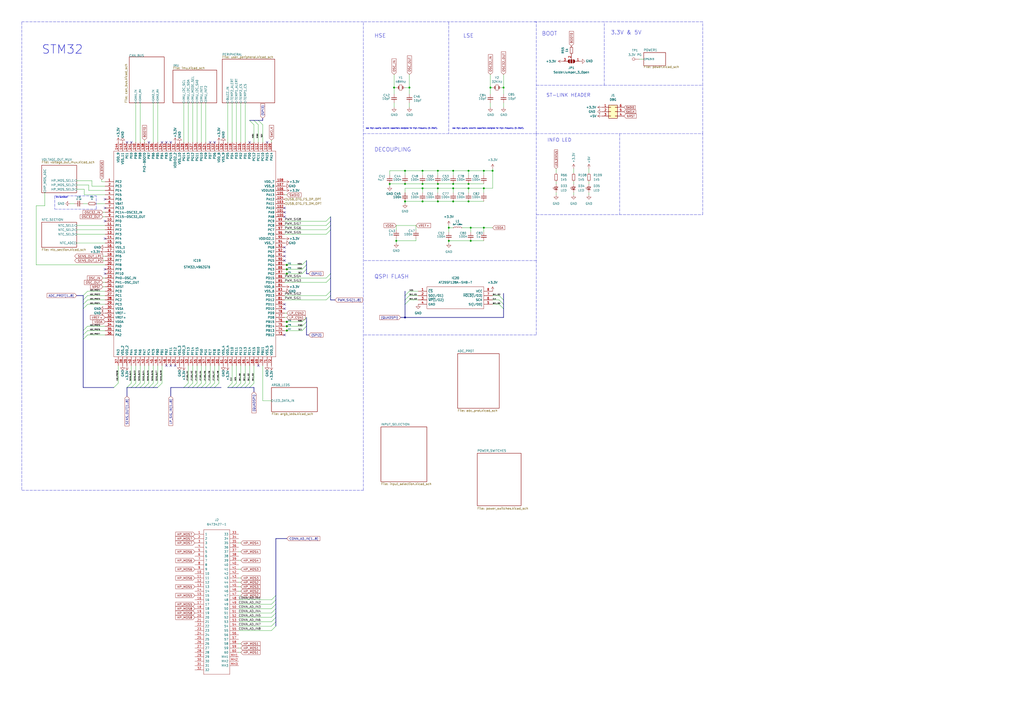
<source format=kicad_sch>
(kicad_sch (version 20211123) (generator eeschema)
  (paper "A2")
  (bus_alias "QUADSPI" (members "CLK" "NCS" "BK1_IO0" "BK1_IO1" "BK1_IO2" "BK1_IO3"))
  (bus_alias "SPI1" (members "SCK" "MOSI" "MISO"))
  (bus_alias "SPI3" (members "SCK" "MOSI" "MISO"))
  (bus_alias "SPI2" (members "SCK" "MISO" "MOSI"))
  (junction (at 262.89 106.68))
  (junction (at 280.67 109.22))
  (junction (at 229.87 139.7))
  (junction (at 260.35 132.08))
  (junction (at 260.35 139.7))
  (junction (at 254 106.68))
  (junction (at 254 116.84))
  (junction (at 254 109.22))
  (junction (at 234.95 106.68))
  (junction (at 273.05 139.7))
  (junction (at 273.05 132.08))
  (junction (at 237.49 50.8))
  (junction (at 234.95 184.15))
  (junction (at 271.78 106.68))
  (junction (at 271.78 116.84))
  (junction (at 166.37 158.75))
  (junction (at 245.11 109.22))
  (junction (at 166.37 186.69))
  (junction (at 245.11 106.68))
  (junction (at 234.95 99.06))
  (junction (at 262.89 116.84))
  (junction (at 284.48 50.8))
  (junction (at 245.11 99.06))
  (junction (at 271.78 109.22))
  (junction (at 285.75 99.06))
  (junction (at 254 99.06))
  (junction (at 166.37 191.77))
  (junction (at 226.06 106.68))
  (junction (at 228.6 50.8))
  (junction (at 245.11 116.84))
  (junction (at 262.89 99.06))
  (junction (at 280.67 132.08))
  (junction (at 166.37 156.21))
  (junction (at 166.37 189.23))
  (junction (at 166.37 153.67))
  (junction (at 271.78 99.06))
  (junction (at 234.95 116.84))
  (junction (at 262.89 109.22))
  (junction (at 280.67 99.06))
  (junction (at 292.1 50.8))
  (no_connect (at 124.46 82.55))
  (no_connect (at 99.06 212.09))
  (no_connect (at 60.96 115.57))
  (no_connect (at 165.1 143.51))
  (no_connect (at 165.1 146.05))
  (no_connect (at 165.1 179.07))
  (no_connect (at 165.1 176.53))
  (no_connect (at 165.1 148.59))
  (no_connect (at 165.1 120.65))
  (no_connect (at 101.6 212.09))
  (no_connect (at 60.96 138.43))
  (no_connect (at 165.1 123.19))
  (no_connect (at 144.78 82.55))
  (no_connect (at 121.92 82.55))
  (no_connect (at 96.52 82.55))
  (no_connect (at 60.96 120.65))
  (no_connect (at 96.52 212.09))
  (no_connect (at 165.1 194.31))
  (no_connect (at 76.2 82.55))
  (no_connect (at 86.36 82.55))
  (no_connect (at 165.1 125.73))
  (no_connect (at 165.1 151.13))
  (no_connect (at 93.98 82.55))
  (no_connect (at 73.66 82.55))
  (no_connect (at 60.96 158.75))
  (no_connect (at 154.94 82.55))
  (no_connect (at 149.86 212.09))
  (no_connect (at 60.96 156.21))
  (no_connect (at 99.06 82.55))
  (no_connect (at 60.96 128.27))
  (bus_entry (at 137.16 222.25) (size -2.54 2.54))
  (bus_entry (at 50.8 194.31) (size -2.54 2.54))
  (bus_entry (at 119.38 224.79) (size 2.54 -2.54))
  (bus_entry (at 147.32 222.25) (size -2.54 2.54))
  (bus_entry (at 191.77 128.27) (size -2.54 2.54))
  (bus_entry (at 191.77 161.29) (size -2.54 2.54))
  (bus_entry (at 160.02 353.06) (size -2.54 2.54))
  (bus_entry (at 142.24 222.25) (size -2.54 2.54))
  (bus_entry (at 175.26 153.67) (size 2.54 -2.54))
  (bus_entry (at 191.77 133.35) (size -2.54 2.54))
  (bus_entry (at 292.1 176.53) (size -2.54 -2.54))
  (bus_entry (at 134.62 222.25) (size -2.54 2.54))
  (bus_entry (at 175.26 191.77) (size 2.54 -2.54))
  (bus_entry (at 191.77 158.75) (size -2.54 2.54))
  (bus_entry (at 50.8 189.23) (size -2.54 2.54))
  (bus_entry (at 88.9 222.25) (size -2.54 2.54))
  (bus_entry (at 234.95 176.53) (size 2.54 -2.54))
  (bus_entry (at 175.26 158.75) (size 2.54 -2.54))
  (bus_entry (at 139.7 222.25) (size -2.54 2.54))
  (bus_entry (at 160.02 350.52) (size -2.54 2.54))
  (bus_entry (at 116.84 224.79) (size 2.54 -2.54))
  (bus_entry (at 177.8 186.69) (size -2.54 2.54))
  (bus_entry (at 50.8 173.99) (size -2.54 2.54))
  (bus_entry (at 93.98 222.25) (size -2.54 2.54))
  (bus_entry (at 160.02 345.44) (size -2.54 2.54))
  (bus_entry (at 124.46 224.79) (size 2.54 -2.54))
  (bus_entry (at 109.22 224.79) (size 2.54 -2.54))
  (bus_entry (at 50.8 171.45) (size -2.54 2.54))
  (bus_entry (at 86.36 222.25) (size -2.54 2.54))
  (bus_entry (at 160.02 363.22) (size -2.54 2.54))
  (bus_entry (at 234.95 173.99) (size 2.54 -2.54))
  (bus_entry (at 191.77 130.81) (size -2.54 2.54))
  (bus_entry (at 177.8 184.15) (size -2.54 2.54))
  (bus_entry (at 160.02 360.68) (size -2.54 2.54))
  (bus_entry (at 50.8 176.53) (size -2.54 2.54))
  (bus_entry (at 292.1 179.07) (size -2.54 -2.54))
  (bus_entry (at 121.92 224.79) (size 2.54 -2.54))
  (bus_entry (at 191.77 125.73) (size -2.54 2.54))
  (bus_entry (at 191.77 171.45) (size -2.54 2.54))
  (bus_entry (at 160.02 355.6) (size -2.54 2.54))
  (bus_entry (at 292.1 173.99) (size -2.54 -2.54))
  (bus_entry (at 152.4 72.39) (size -2.54 -2.54))
  (bus_entry (at 81.28 222.25) (size -2.54 2.54))
  (bus_entry (at 160.02 358.14) (size -2.54 2.54))
  (bus_entry (at 68.58 222.25) (size -2.54 2.54))
  (bus_entry (at 149.86 72.39) (size -2.54 -2.54))
  (bus_entry (at 106.68 224.79) (size 2.54 -2.54))
  (bus_entry (at 144.78 222.25) (size -2.54 2.54))
  (bus_entry (at 175.26 156.21) (size 2.54 -2.54))
  (bus_entry (at 91.44 222.25) (size -2.54 2.54))
  (bus_entry (at 191.77 168.91) (size -2.54 2.54))
  (bus_entry (at 50.8 191.77) (size -2.54 2.54))
  (bus_entry (at 160.02 347.98) (size -2.54 2.54))
  (bus_entry (at 234.95 171.45) (size 2.54 -2.54))
  (bus_entry (at 50.8 168.91) (size -2.54 2.54))
  (bus_entry (at 111.76 224.79) (size 2.54 -2.54))
  (bus_entry (at 83.82 222.25) (size -2.54 2.54))
  (bus_entry (at 114.3 224.79) (size 2.54 -2.54))
  (bus_entry (at 76.2 222.25) (size -2.54 2.54))
  (bus_entry (at 78.74 222.25) (size -2.54 2.54))
  (bus_entry (at 147.32 72.39) (size -2.54 -2.54))
  (bus (pts (xy 177.8 158.75) (xy 177.8 156.21)))
  (wire (pts (xy 166.37 158.75) (xy 175.26 158.75)))
  (wire (pts (xy 134.62 59.69) (xy 134.62 82.55)))
  (wire (pts (xy 370.84 34.29) (xy 373.38 34.29)))
  (bus (pts (xy 292.1 179.07) (xy 292.1 184.15)))
  (wire (pts (xy 165.1 173.99) (xy 189.23 173.99)))
  (wire (pts (xy 165.1 191.77) (xy 166.37 191.77)))
  (wire (pts (xy 254 99.06) (xy 262.89 99.06)))
  (wire (pts (xy 116.84 212.09) (xy 116.84 222.25)))
  (wire (pts (xy 138.43 365.76) (xy 157.48 365.76)))
  (wire (pts (xy 280.67 109.22) (xy 280.67 111.76)))
  (polyline (pts (xy 311.15 151.13) (xy 311.15 194.31)))
  (wire (pts (xy 53.34 107.95) (xy 60.96 107.95)))
  (bus (pts (xy 152.4 68.58) (xy 152.4 69.85)))
  (wire (pts (xy 44.45 130.81) (xy 60.96 130.81)))
  (wire (pts (xy 109.22 59.69) (xy 109.22 82.55)))
  (wire (pts (xy 267.97 132.08) (xy 273.05 132.08)))
  (bus (pts (xy 147.32 69.85) (xy 149.86 69.85)))
  (bus (pts (xy 166.37 312.42) (xy 160.02 312.42)))
  (wire (pts (xy 91.44 59.69) (xy 91.44 82.55)))
  (wire (pts (xy 241.3 130.81) (xy 241.3 133.35)))
  (polyline (pts (xy 311.15 77.47) (xy 407.67 77.47)))
  (bus (pts (xy 48.26 179.07) (xy 48.26 191.77)))
  (wire (pts (xy 322.58 105.41) (xy 322.58 106.68)))
  (wire (pts (xy 332.74 105.41) (xy 332.74 106.68)))
  (bus (pts (xy 149.86 69.85) (xy 152.4 69.85)))
  (wire (pts (xy 139.7 345.44) (xy 138.43 345.44)))
  (wire (pts (xy 165.1 156.21) (xy 166.37 156.21)))
  (wire (pts (xy 139.7 337.82) (xy 138.43 337.82)))
  (wire (pts (xy 109.22 212.09) (xy 109.22 222.25)))
  (wire (pts (xy 152.4 212.09) (xy 152.4 232.41)))
  (wire (pts (xy 280.67 99.06) (xy 280.67 101.6)))
  (wire (pts (xy 166.37 184.15) (xy 165.1 184.15)))
  (wire (pts (xy 234.95 99.06) (xy 245.11 99.06)))
  (wire (pts (xy 165.1 161.29) (xy 189.23 161.29)))
  (wire (pts (xy 234.95 116.84) (xy 234.95 118.11)))
  (wire (pts (xy 285.75 99.06) (xy 285.75 109.22)))
  (wire (pts (xy 44.45 140.97) (xy 60.96 140.97)))
  (wire (pts (xy 59.69 166.37) (xy 60.96 166.37)))
  (bus (pts (xy 292.1 173.99) (xy 292.1 176.53)))
  (wire (pts (xy 166.37 156.21) (xy 175.26 156.21)))
  (wire (pts (xy 341.63 97.79) (xy 341.63 100.33)))
  (wire (pts (xy 237.49 171.45) (xy 242.57 171.45)))
  (bus (pts (xy 48.26 173.99) (xy 48.26 176.53)))
  (wire (pts (xy 111.76 59.69) (xy 111.76 82.55)))
  (bus (pts (xy 134.62 224.79) (xy 137.16 224.79)))
  (wire (pts (xy 285.75 50.8) (xy 284.48 50.8)))
  (wire (pts (xy 93.98 222.25) (xy 93.98 212.09)))
  (wire (pts (xy 260.35 130.81) (xy 260.35 132.08)))
  (bus (pts (xy 144.78 69.85) (xy 147.32 69.85)))
  (wire (pts (xy 147.32 212.09) (xy 147.32 222.25)))
  (wire (pts (xy 262.89 106.68) (xy 271.78 106.68)))
  (bus (pts (xy 191.77 128.27) (xy 191.77 130.81)))
  (polyline (pts (xy 350.52 49.53) (xy 407.67 49.53)))
  (bus (pts (xy 44.45 171.45) (xy 48.26 171.45)))
  (wire (pts (xy 234.95 99.06) (xy 226.06 99.06)))
  (wire (pts (xy 289.56 171.45) (xy 285.75 171.45)))
  (wire (pts (xy 245.11 106.68) (xy 254 106.68)))
  (bus (pts (xy 147.32 224.79) (xy 147.32 227.33)))
  (bus (pts (xy 232.41 184.15) (xy 234.95 184.15)))
  (polyline (pts (xy 260.35 12.7) (xy 260.35 77.47)))
  (wire (pts (xy 139.7 342.9) (xy 138.43 342.9)))
  (bus (pts (xy 177.8 194.31) (xy 179.07 194.31)))
  (wire (pts (xy 53.34 104.775) (xy 53.34 107.95)))
  (wire (pts (xy 138.43 320.04) (xy 139.7 320.04)))
  (wire (pts (xy 332.74 97.79) (xy 332.74 100.33)))
  (wire (pts (xy 51.435 107.315) (xy 51.435 110.49)))
  (wire (pts (xy 166.37 153.67) (xy 175.26 153.67)))
  (wire (pts (xy 88.9 222.25) (xy 88.9 212.09)))
  (wire (pts (xy 138.43 350.52) (xy 157.48 350.52)))
  (wire (pts (xy 260.35 139.7) (xy 260.35 140.97)))
  (wire (pts (xy 284.48 59.69) (xy 284.48 62.23)))
  (wire (pts (xy 175.26 186.69) (xy 166.37 186.69)))
  (bus (pts (xy 160.02 358.14) (xy 160.02 360.68)))
  (bus (pts (xy 48.26 224.79) (xy 66.04 224.79)))
  (wire (pts (xy 59.69 151.13) (xy 60.96 151.13)))
  (wire (pts (xy 226.06 99.06) (xy 226.06 101.6)))
  (bus (pts (xy 76.2 224.79) (xy 78.74 224.79)))
  (polyline (pts (xy 210.82 12.7) (xy 12.7 12.7)))
  (wire (pts (xy 228.6 59.69) (xy 228.6 62.23)))
  (bus (pts (xy 83.82 224.79) (xy 86.36 224.79)))
  (wire (pts (xy 152.4 232.41) (xy 157.48 232.41)))
  (polyline (pts (xy 311.15 151.13) (xy 210.82 151.13)))
  (wire (pts (xy 149.86 72.39) (xy 149.86 82.55)))
  (bus (pts (xy 99.06 224.79) (xy 106.68 224.79)))
  (wire (pts (xy 166.37 181.61) (xy 165.1 181.61)))
  (wire (pts (xy 59.055 104.14) (xy 59.055 105.41)))
  (wire (pts (xy 285.75 176.53) (xy 289.56 176.53)))
  (wire (pts (xy 132.08 59.69) (xy 132.08 82.55)))
  (bus (pts (xy 292.1 170.18) (xy 292.1 173.99)))
  (bus (pts (xy 234.95 173.99) (xy 234.95 176.53)))
  (wire (pts (xy 111.76 212.09) (xy 111.76 222.25)))
  (bus (pts (xy 111.76 224.79) (xy 114.3 224.79)))
  (wire (pts (xy 237.49 50.8) (xy 237.49 43.18)))
  (wire (pts (xy 166.37 191.77) (xy 175.26 191.77)))
  (bus (pts (xy 191.77 161.29) (xy 191.77 168.91)))
  (wire (pts (xy 285.75 97.79) (xy 285.75 99.06)))
  (wire (pts (xy 289.56 173.99) (xy 285.75 173.99)))
  (wire (pts (xy 91.44 222.25) (xy 91.44 212.09)))
  (polyline (pts (xy 407.67 12.7) (xy 350.52 12.7)))
  (bus (pts (xy 191.77 168.91) (xy 191.77 171.45)))
  (bus (pts (xy 160.02 312.42) (xy 160.02 345.44)))
  (wire (pts (xy 44.45 104.775) (xy 53.34 104.775)))
  (wire (pts (xy 271.78 99.06) (xy 280.67 99.06)))
  (wire (pts (xy 139.7 212.09) (xy 139.7 222.25)))
  (wire (pts (xy 290.83 50.8) (xy 292.1 50.8)))
  (bus (pts (xy 177.8 186.69) (xy 177.8 189.23)))
  (wire (pts (xy 234.95 99.06) (xy 234.95 101.6)))
  (wire (pts (xy 124.46 212.09) (xy 124.46 222.25)))
  (wire (pts (xy 234.95 109.22) (xy 234.95 111.76)))
  (wire (pts (xy 229.87 139.7) (xy 241.3 139.7)))
  (wire (pts (xy 76.2 222.25) (xy 76.2 212.09)))
  (bus (pts (xy 194.31 173.99) (xy 191.77 173.99)))
  (wire (pts (xy 40.64 118.11) (xy 43.18 118.11)))
  (wire (pts (xy 137.16 59.69) (xy 137.16 82.55)))
  (wire (pts (xy 254 99.06) (xy 254 101.6)))
  (polyline (pts (xy 55.88 121.285) (xy 55.88 113.665)))
  (bus (pts (xy 48.26 196.85) (xy 48.26 224.79)))
  (bus (pts (xy 132.08 224.79) (xy 134.62 224.79)))
  (bus (pts (xy 177.8 156.21) (xy 177.8 153.67)))
  (wire (pts (xy 254 116.84) (xy 262.89 116.84)))
  (wire (pts (xy 138.43 335.28) (xy 139.7 335.28)))
  (wire (pts (xy 147.32 72.39) (xy 147.32 82.55)))
  (wire (pts (xy 144.78 212.09) (xy 144.78 222.25)))
  (polyline (pts (xy 31.75 113.665) (xy 55.88 113.665)))
  (wire (pts (xy 262.89 99.06) (xy 262.89 101.6)))
  (wire (pts (xy 262.89 109.22) (xy 271.78 109.22)))
  (wire (pts (xy 81.28 222.25) (xy 81.28 212.09)))
  (wire (pts (xy 51.435 110.49) (xy 60.96 110.49)))
  (wire (pts (xy 138.43 340.36) (xy 139.7 340.36)))
  (polyline (pts (xy 407.67 124.46) (xy 407.67 77.47)))
  (bus (pts (xy 73.66 224.79) (xy 76.2 224.79)))
  (wire (pts (xy 332.74 111.76) (xy 332.74 113.03)))
  (wire (pts (xy 237.49 50.8) (xy 237.49 54.61)))
  (wire (pts (xy 292.1 50.8) (xy 292.1 43.18)))
  (wire (pts (xy 273.05 139.7) (xy 280.67 139.7)))
  (bus (pts (xy 177.8 158.75) (xy 179.07 158.75)))
  (wire (pts (xy 271.78 109.22) (xy 280.67 109.22)))
  (bus (pts (xy 48.26 191.77) (xy 48.26 194.31)))
  (wire (pts (xy 138.43 358.14) (xy 157.48 358.14)))
  (wire (pts (xy 273.05 132.08) (xy 280.67 132.08)))
  (wire (pts (xy 245.11 111.76) (xy 245.11 109.22)))
  (wire (pts (xy 229.87 130.81) (xy 229.87 133.35)))
  (bus (pts (xy 160.02 353.06) (xy 160.02 355.6)))
  (bus (pts (xy 191.77 133.35) (xy 191.77 158.75)))
  (wire (pts (xy 139.7 375.92) (xy 138.43 375.92)))
  (wire (pts (xy 44.45 135.89) (xy 60.96 135.89)))
  (bus (pts (xy 234.95 168.91) (xy 234.95 171.45)))
  (wire (pts (xy 228.6 50.8) (xy 228.6 54.61)))
  (bus (pts (xy 177.8 189.23) (xy 177.8 194.31)))
  (wire (pts (xy 59.69 125.73) (xy 60.96 125.73)))
  (wire (pts (xy 121.92 212.09) (xy 121.92 222.25)))
  (wire (pts (xy 166.37 113.03) (xy 165.1 113.03)))
  (wire (pts (xy 114.3 212.09) (xy 114.3 222.25)))
  (wire (pts (xy 234.95 109.22) (xy 245.11 109.22)))
  (polyline (pts (xy 350.52 12.7) (xy 309.88 12.7)))
  (bus (pts (xy 160.02 360.68) (xy 160.02 363.22)))
  (bus (pts (xy 109.22 224.79) (xy 111.76 224.79)))
  (wire (pts (xy 44.45 109.855) (xy 48.895 109.855)))
  (wire (pts (xy 237.49 173.99) (xy 242.57 173.99)))
  (wire (pts (xy 165.1 153.67) (xy 166.37 153.67)))
  (wire (pts (xy 44.45 107.315) (xy 51.435 107.315)))
  (wire (pts (xy 241.3 139.7) (xy 241.3 138.43)))
  (wire (pts (xy 165.1 128.27) (xy 189.23 128.27)))
  (wire (pts (xy 284.48 50.8) (xy 284.48 54.61)))
  (wire (pts (xy 50.8 176.53) (xy 60.96 176.53)))
  (wire (pts (xy 322.58 97.79) (xy 322.58 100.33)))
  (bus (pts (xy 48.26 171.45) (xy 48.26 173.99)))
  (bus (pts (xy 191.77 125.73) (xy 191.77 128.27)))
  (polyline (pts (xy 31.75 113.665) (xy 31.75 121.285)))
  (wire (pts (xy 165.1 158.75) (xy 166.37 158.75)))
  (wire (pts (xy 59.055 105.41) (xy 60.96 105.41)))
  (polyline (pts (xy 311.15 194.31) (xy 210.82 194.31)))
  (polyline (pts (xy 311.15 49.53) (xy 350.52 49.53)))
  (polyline (pts (xy 407.67 49.53) (xy 407.67 12.7)))
  (wire (pts (xy 137.16 212.09) (xy 137.16 222.25)))
  (wire (pts (xy 50.8 171.45) (xy 60.96 171.45)))
  (wire (pts (xy 83.82 222.25) (xy 83.82 212.09)))
  (bus (pts (xy 99.06 229.87) (xy 99.06 224.79)))
  (polyline (pts (xy 350.52 49.53) (xy 350.52 12.7)))
  (wire (pts (xy 116.84 59.69) (xy 116.84 82.55)))
  (wire (pts (xy 50.8 168.91) (xy 60.96 168.91)))
  (wire (pts (xy 271.78 106.68) (xy 280.67 106.68)))
  (wire (pts (xy 60.96 153.67) (xy 20.955 153.67)))
  (polyline (pts (xy 31.75 121.285) (xy 55.88 121.285)))
  (wire (pts (xy 234.95 116.84) (xy 245.11 116.84)))
  (bus (pts (xy 139.7 224.79) (xy 142.24 224.79)))
  (wire (pts (xy 262.89 109.22) (xy 262.89 111.76)))
  (wire (pts (xy 138.43 353.06) (xy 157.48 353.06)))
  (wire (pts (xy 271.78 99.06) (xy 271.78 101.6)))
  (bus (pts (xy 191.77 158.75) (xy 191.77 161.29)))
  (wire (pts (xy 245.11 109.22) (xy 254 109.22)))
  (bus (pts (xy 86.36 224.79) (xy 88.9 224.79)))
  (wire (pts (xy 20.955 119.38) (xy 26.035 119.38)))
  (wire (pts (xy 292.1 50.8) (xy 292.1 54.61)))
  (bus (pts (xy 48.26 194.31) (xy 48.26 196.85)))
  (polyline (pts (xy 210.82 284.48) (xy 210.82 12.7)))
  (bus (pts (xy 191.77 171.45) (xy 191.77 173.99)))
  (wire (pts (xy 138.43 325.12) (xy 139.7 325.12)))
  (wire (pts (xy 271.78 116.84) (xy 280.67 116.84)))
  (wire (pts (xy 226.06 106.68) (xy 234.95 106.68)))
  (wire (pts (xy 138.43 360.68) (xy 157.48 360.68)))
  (wire (pts (xy 322.58 111.76) (xy 322.58 113.03)))
  (bus (pts (xy 234.95 184.15) (xy 292.1 184.15)))
  (wire (pts (xy 166.37 186.69) (xy 165.1 186.69)))
  (bus (pts (xy 137.16 224.79) (xy 139.7 224.79)))
  (wire (pts (xy 229.87 138.43) (xy 229.87 139.7)))
  (polyline (pts (xy 359.41 77.47) (xy 359.41 124.46)))
  (wire (pts (xy 50.8 189.23) (xy 60.96 189.23)))
  (wire (pts (xy 138.43 347.98) (xy 157.48 347.98)))
  (wire (pts (xy 165.1 189.23) (xy 166.37 189.23)))
  (wire (pts (xy 138.43 330.2) (xy 139.7 330.2)))
  (wire (pts (xy 48.26 118.11) (xy 50.8 118.11)))
  (wire (pts (xy 138.43 363.22) (xy 157.48 363.22)))
  (wire (pts (xy 59.69 123.19) (xy 60.96 123.19)))
  (wire (pts (xy 254 109.22) (xy 262.89 109.22)))
  (bus (pts (xy 142.24 224.79) (xy 144.78 224.79)))
  (wire (pts (xy 245.11 99.06) (xy 254 99.06)))
  (wire (pts (xy 127 212.09) (xy 127 222.25)))
  (wire (pts (xy 44.45 133.35) (xy 60.96 133.35)))
  (wire (pts (xy 166.37 189.23) (xy 175.26 189.23)))
  (bus (pts (xy 160.02 350.52) (xy 160.02 353.06)))
  (wire (pts (xy 50.8 191.77) (xy 60.96 191.77)))
  (wire (pts (xy 165.1 133.35) (xy 189.23 133.35)))
  (wire (pts (xy 228.6 50.8) (xy 228.6 43.18)))
  (bus (pts (xy 191.77 130.81) (xy 191.77 133.35)))
  (bus (pts (xy 121.92 224.79) (xy 124.46 224.79)))
  (bus (pts (xy 144.78 224.79) (xy 147.32 224.79)))
  (wire (pts (xy 245.11 116.84) (xy 254 116.84)))
  (wire (pts (xy 50.8 194.31) (xy 60.96 194.31)))
  (wire (pts (xy 284.48 50.8) (xy 284.48 43.18)))
  (polyline (pts (xy 311.15 12.7) (xy 210.82 12.7)))
  (wire (pts (xy 262.89 116.84) (xy 271.78 116.84)))
  (bus (pts (xy 177.8 184.15) (xy 177.8 186.69)))
  (wire (pts (xy 165.1 171.45) (xy 189.23 171.45)))
  (wire (pts (xy 48.895 109.855) (xy 48.895 113.03)))
  (wire (pts (xy 134.62 222.25) (xy 134.62 212.09)))
  (wire (pts (xy 26.035 119.38) (xy 26.035 111.76)))
  (wire (pts (xy 88.9 59.69) (xy 88.9 82.55)))
  (wire (pts (xy 280.67 132.08) (xy 285.75 132.08)))
  (wire (pts (xy 139.7 59.69) (xy 139.7 82.55)))
  (wire (pts (xy 138.43 355.6) (xy 157.48 355.6)))
  (bus (pts (xy 160.02 347.98) (xy 160.02 350.52)))
  (wire (pts (xy 285.75 99.06) (xy 280.67 99.06)))
  (wire (pts (xy 229.87 130.81) (xy 241.3 130.81)))
  (wire (pts (xy 254 106.68) (xy 262.89 106.68)))
  (wire (pts (xy 157.48 81.28) (xy 157.48 82.55)))
  (wire (pts (xy 139.7 378.46) (xy 138.43 378.46)))
  (bus (pts (xy 73.66 224.79) (xy 73.66 229.87)))
  (wire (pts (xy 68.58 222.25) (xy 68.58 212.09)))
  (polyline (pts (xy 311.15 77.47) (xy 311.15 12.7)))
  (wire (pts (xy 165.1 130.81) (xy 189.23 130.81)))
  (wire (pts (xy 20.955 153.67) (xy 20.955 119.38)))
  (wire (pts (xy 341.63 105.41) (xy 341.63 106.68)))
  (wire (pts (xy 262.89 99.06) (xy 271.78 99.06)))
  (bus (pts (xy 81.28 224.79) (xy 83.82 224.79)))
  (wire (pts (xy 229.87 50.8) (xy 228.6 50.8)))
  (polyline (pts (xy 12.7 12.7) (xy 12.7 284.48)))
  (wire (pts (xy 234.95 50.8) (xy 237.49 50.8)))
  (bus (pts (xy 78.74 224.79) (xy 81.28 224.79)))
  (wire (pts (xy 271.78 109.22) (xy 271.78 111.76)))
  (wire (pts (xy 142.24 59.69) (xy 142.24 82.55)))
  (wire (pts (xy 78.74 222.25) (xy 78.74 212.09)))
  (wire (pts (xy 245.11 101.6) (xy 245.11 99.06)))
  (wire (pts (xy 226.06 106.68) (xy 226.06 107.95)))
  (bus (pts (xy 48.26 176.53) (xy 48.26 179.07)))
  (wire (pts (xy 280.67 132.08) (xy 280.67 134.62)))
  (polyline (pts (xy 407.67 77.47) (xy 407.67 49.53)))
  (wire (pts (xy 81.28 59.69) (xy 81.28 82.55)))
  (wire (pts (xy 292.1 59.69) (xy 292.1 62.23)))
  (bus (pts (xy 119.38 224.79) (xy 121.92 224.79)))
  (wire (pts (xy 260.35 132.08) (xy 262.89 132.08)))
  (bus (pts (xy 88.9 224.79) (xy 91.44 224.79)))
  (bus (pts (xy 292.1 176.53) (xy 292.1 179.07)))
  (wire (pts (xy 55.88 118.11) (xy 60.96 118.11)))
  (wire (pts (xy 234.95 106.68) (xy 245.11 106.68)))
  (wire (pts (xy 86.36 222.25) (xy 86.36 212.09)))
  (wire (pts (xy 165.1 163.83) (xy 189.23 163.83)))
  (wire (pts (xy 285.75 109.22) (xy 280.67 109.22)))
  (wire (pts (xy 237.49 168.91) (xy 242.57 168.91)))
  (wire (pts (xy 78.74 59.69) (xy 78.74 82.55)))
  (bus (pts (xy 177.8 153.67) (xy 177.8 151.13)))
  (wire (pts (xy 83.82 81.28) (xy 83.82 82.55)))
  (bus (pts (xy 116.84 224.79) (xy 119.38 224.79)))
  (wire (pts (xy 254 109.22) (xy 254 111.76)))
  (wire (pts (xy 341.63 111.76) (xy 341.63 113.03)))
  (bus (pts (xy 234.95 176.53) (xy 234.95 184.15)))
  (bus (pts (xy 124.46 224.79) (xy 128.27 224.79)))
  (wire (pts (xy 273.05 132.08) (xy 273.05 134.62)))
  (polyline (pts (xy 12.7 284.48) (xy 210.82 284.48)))
  (wire (pts (xy 119.38 59.69) (xy 119.38 82.55)))
  (wire (pts (xy 260.35 139.7) (xy 273.05 139.7)))
  (bus (pts (xy 106.68 224.79) (xy 109.22 224.79)))
  (bus (pts (xy 160.02 355.6) (xy 160.02 358.14)))
  (bus (pts (xy 160.02 345.44) (xy 160.02 347.98)))
  (wire (pts (xy 260.35 134.62) (xy 260.35 132.08)))
  (polyline (pts (xy 311.15 77.47) (xy 311.15 151.13)))
  (wire (pts (xy 114.3 59.69) (xy 114.3 82.55)))
  (bus (pts (xy 114.3 224.79) (xy 116.84 224.79)))
  (wire (pts (xy 237.49 59.69) (xy 237.49 62.23)))
  (wire (pts (xy 119.38 212.09) (xy 119.38 222.25)))
  (polyline (pts (xy 210.82 77.47) (xy 311.15 77.47)))
  (bus (pts (xy 234.95 171.45) (xy 234.95 173.99)))
  (wire (pts (xy 59.69 161.29) (xy 60.96 161.29)))
  (wire (pts (xy 59.69 148.59) (xy 60.96 148.59)))
  (wire (pts (xy 152.4 72.39) (xy 152.4 82.55)))
  (wire (pts (xy 138.43 314.96) (xy 139.7 314.96)))
  (wire (pts (xy 165.1 135.89) (xy 189.23 135.89)))
  (wire (pts (xy 139.7 373.38) (xy 138.43 373.38)))
  (wire (pts (xy 229.87 140.97) (xy 229.87 139.7)))
  (wire (pts (xy 50.8 173.99) (xy 60.96 173.99)))
  (wire (pts (xy 48.895 113.03) (xy 60.96 113.03)))
  (wire (pts (xy 59.69 163.83) (xy 60.96 163.83)))
  (polyline (pts (xy 311.15 124.46) (xy 407.67 124.46)))
  (wire (pts (xy 142.24 212.09) (xy 142.24 222.25)))
  (wire (pts (xy 106.68 59.69) (xy 106.68 82.55)))
  (text "BOOT" (at 314.325 20.955 0) (effects (font (size 2.2606 2.2606)) (justify left bottom)))
  (text "HSE" (at 217.17 22.225 0) (effects (font (size 2.2606 2.2606)) (justify left bottom)))
  (text "INFO LED" (at 317.5 82.55 0) (effects (font (size 2 2)) (justify left bottom)))
  (text "STM32" (at 24.13 31.75 0) (effects (font (size 5 5) (thickness 0.254) bold) (justify left bottom)))
  (text "DECOUPLING" (at 217.17 88.265 0) (effects (font (size 2.2606 2.2606)) (justify left bottom)))
  (text "Use high-quality ceramic capacitors designed for high-frequency (5-20pF)." (at 212.09 74.93 0) (effects (font (size 0.7 0.7)) (justify left bottom)))
  (text "Use high-quality ceramic capacitors designed for high-frequency (5-20pF)." (at 262.255 74.93 0) (effects (font (size 0.7 0.7)) (justify left bottom)))
  (text "QSPI FLASH" (at 217.17 161.925 0) (effects (font (size 2.2606 2.2606)) (justify left bottom)))
  (text "RTC SUPERCAP" (at 32.385 114.935 0) (effects (font (size 0.6 0.6)) (justify left bottom)))
  (text "ST-LINK HEADER" (at 316.865 56.515 0) (effects (font (size 2 2)) (justify left bottom)))
  (text "LSE" (at 268.605 22.225 0) (effects (font (size 2.2606 2.2606)) (justify left bottom)))
  (text "3.3V & 5V" (at 354.33 20.32 0) (effects (font (size 2.2606 2.2606)) (justify left bottom)))
  (label "CLK" (at 134.62 220.98 90) (effects (font (size 0.7 0.7))))
  (label "NCS" (at 237.49 168.91 0) (effects (font (size 0.7 0.7))))
  (label "ADC_PROT8" (at 68.58 220.98 90) (effects (font (size 0.7 0.7))))
  (label "SCK" (at 175.26 191.77 180) (effects (font (size 0.7 0.7))))
  (label "LP_SIG_IN5" (at 119.38 220.98 90) (effects (font (size 0.7 0.7))))
  (label "SENS_OUT1" (at 76.2 220.98 90) (effects (font (size 0.7 0.7))))
  (label "BK1_IO2" (at 144.78 220.98 90) (effects (font (size 0.7 0.7))))
  (label "SENS_OUT2" (at 78.74 220.98 90) (effects (font (size 0.7 0.7))))
  (label "BK1_IO0" (at 139.7 220.98 90) (effects (font (size 0.7 0.7))))
  (label "MISO" (at 172.72 189.23 0) (effects (font (size 0.7 0.7))))
  (label "BK1_IO1" (at 142.24 220.98 90) (effects (font (size 0.7 0.7))))
  (label "MOSI" (at 175.26 153.67 180) (effects (font (size 0.7 0.7))))
  (label "MOSI" (at 172.72 186.69 0) (effects (font (size 0.7 0.7))))
  (label "CONN_AD_IN6" (at 138.43 360.68 0))
  (label "MISO" (at 149.86 77.47 270) (effects (font (size 0.7 0.7))))
  (label "PWM_SIG7" (at 165.1 130.81 0))
  (label "NCS" (at 137.16 220.98 90) (effects (font (size 0.7 0.7))))
  (label "ADC_PROT5" (at 52.07 189.23 0) (effects (font (size 0.7 0.7))))
  (label "SCK" (at 175.26 158.75 180) (effects (font (size 0.7 0.7))))
  (label "CONN_AD_IN2" (at 138.43 350.52 0))
  (label "LP_SIG_IN7" (at 124.46 220.98 90) (effects (font (size 0.7 0.7))))
  (label "ADC_PROT4" (at 52.07 176.53 0) (effects (font (size 0.7 0.7))))
  (label "SENS_OUT5" (at 86.36 220.98 90) (effects (font (size 0.7 0.7))))
  (label "ADC_PROT6" (at 52.07 191.77 0) (effects (font (size 0.7 0.7))))
  (label "LP_SIG_IN2" (at 111.76 220.98 90) (effects (font (size 0.7 0.7))))
  (label "CONN_AD_IN7" (at 138.43 363.22 0))
  (label "SENS_OUT4" (at 83.82 220.98 90) (effects (font (size 0.7 0.7))))
  (label "BK1_IO2" (at 237.49 173.99 0) (effects (font (size 0.7 0.7))))
  (label "LP_SIG_IN8" (at 127 220.98 90) (effects (font (size 0.7 0.7))))
  (label "CONN_AD_IN8" (at 138.43 365.76 0))
  (label "PWM_SIG4" (at 165.1 161.29 0))
  (label "ADC_PROT7" (at 52.07 194.31 0) (effects (font (size 0.7 0.7))))
  (label "SENS_OUT6" (at 88.9 220.98 90) (effects (font (size 0.7 0.7))))
  (label "ADC_PROT3" (at 52.07 173.99 0) (effects (font (size 0.7 0.7))))
  (label "CONN_AD_IN3" (at 138.43 353.06 0))
  (label "MISO" (at 175.26 156.21 180) (effects (font (size 0.7 0.7))))
  (label "ADC_PROT1" (at 52.07 168.91 0) (effects (font (size 0.7 0.7))))
  (label "CONN_AD_IN4" (at 138.43 355.6 0))
  (label "PWM_SIG3" (at 165.1 163.83 0))
  (label "LP_SIG_IN6" (at 121.92 220.98 90) (effects (font (size 0.7 0.7))))
  (label "PWM_SIG1" (at 165.1 173.99 0))
  (label "CONN_AD_IN5" (at 138.43 358.14 0))
  (label "BK1_IO1" (at 237.49 171.45 0) (effects (font (size 0.7 0.7))))
  (label "CONN_AD_IN1" (at 138.43 347.98 0))
  (label "LP_SIG_IN4" (at 116.84 220.98 90) (effects (font (size 0.7 0.7))))
  (label "PWM_SIG8" (at 165.1 128.27 0))
  (label "SENS_OUT7" (at 91.44 220.98 90) (effects (font (size 0.7 0.7))))
  (label "BK1_IO3" (at 285.75 171.45 0) (effects (font (size 0.7 0.7))))
  (label "SENS_OUT3" (at 81.28 220.98 90) (effects (font (size 0.7 0.7))))
  (label "CLK" (at 285.75 173.99 0) (effects (font (size 0.7 0.7))))
  (label "PWM_SIG5" (at 165.1 135.89 0))
  (label "BK1_IO0" (at 285.75 176.53 0) (effects (font (size 0.7 0.7))))
  (label "LP_SIG_IN1" (at 109.22 220.98 90) (effects (font (size 0.7 0.7))))
  (label "SCK" (at 152.4 77.47 270) (effects (font (size 0.7 0.7))))
  (label "LP_SIG_IN3" (at 114.3 220.98 90) (effects (font (size 0.7 0.7))))
  (label "SENS_OUT8" (at 93.98 220.98 90) (effects (font (size 0.7 0.7))))
  (label "MOSI" (at 147.32 77.47 270) (effects (font (size 0.7 0.7))))
  (label "BK1_IO3" (at 147.32 220.98 90) (effects (font (size 0.7 0.7))))
  (label "PWM_SIG6" (at 165.1 133.35 0))
  (label "ADC_PROT2" (at 52.07 171.45 0) (effects (font (size 0.7 0.7))))
  (label "PWM_SIG2" (at 165.1 171.45 0))
  (global_label "LP_SIG_IN[1..8]" (shape input) (at 99.06 229.87 270) (property "Intersheet References" "${INTERSHEET_REFS}" (effects hide)))
  (global_label "HP_MOS8" (shape input) (at 113.03 355.6 180) (property "Intersheet References" "${INTERSHEET_REFS}" (effects hide)))
  (global_label "HP_MOS3" (shape input) (at 139.7 335.28 0) (property "Intersheet References" "${INTERSHEET_REFS}" (effects hide)))
  (global_label "HP_MOS8" (shape input) (at 113.03 358.14 180) (property "Intersheet References" "${INTERSHEET_REFS}" (effects hide)))
  (global_label "OSC_OUT" (shape input) (at 59.69 163.83 180) (property "Intersheet References" "${INTERSHEET_REFS}" (effects hide)))
  (global_label "HP_MOS3" (shape input) (at 139.7 330.2 0) (property "Intersheet References" "${INTERSHEET_REFS}" (effects hide)))
  (global_label "HP_MOS5" (shape input) (at 113.03 350.52 180) (property "Intersheet References" "${INTERSHEET_REFS}" (effects hide)))
  (global_label "HP_MOS1" (shape input) (at 139.7 378.46 0) (property "Intersheet References" "${INTERSHEET_REFS}" (effects hide)))
  (global_label "HP_MOS2" (shape input) (at 139.7 342.9 0) (property "Intersheet References" "${INTERSHEET_REFS}" (effects hide)))
  (global_label "{SPI2}" (shape input) (at 179.07 194.31 0) (property "Intersheet References" "${INTERSHEET_REFS}" (effects hide)))
  (global_label "LED_STATUS" (shape input) (at 59.055 104.14 90) (effects (font (size 1.016 1.016))) (property "Intersheet References" "${INTERSHEET_REFS}" (effects hide)))
  (global_label "HP_MOS8" (shape input) (at 113.03 353.06 180) (property "Intersheet References" "${INTERSHEET_REFS}" (effects hide)))
  (global_label "HP_MOS1" (shape input) (at 139.7 373.38 0) (property "Intersheet References" "${INTERSHEET_REFS}" (effects hide)))
  (global_label "OSC32_IN" (shape input) (at 59.69 123.19 180) (property "Intersheet References" "${INTERSHEET_REFS}" (effects hide)))
  (global_label "HP_MOS6" (shape input) (at 113.03 325.12 180) (property "Intersheet References" "${INTERSHEET_REFS}" (effects hide)))
  (global_label "LP_CSN1" (shape input) (at 166.37 184.15 0) (property "Intersheet References" "${INTERSHEET_REFS}" (effects hide)))
  (global_label "OSC_IN" (shape input) (at 228.6 43.18 90) (property "Intersheet References" "${INTERSHEET_REFS}" (effects hide)))
  (global_label "HP_MOS2" (shape input) (at 139.7 345.44 0) (property "Intersheet References" "${INTERSHEET_REFS}" (effects hide)))
  (global_label "VDDA" (shape input) (at 229.87 130.81 180) (property "Intersheet References" "${INTERSHEET_REFS}" (effects hide)))
  (global_label "SENS_OUT_LP2" (shape output) (at 59.69 151.13 180) (property "Intersheet References" "${INTERSHEET_REFS}" (effects hide)))
  (global_label "VREF+" (shape input) (at 60.96 184.15 180) (property "Intersheet References" "${INTERSHEET_REFS}" (effects hide)))
  (global_label "HP_MOS6" (shape input) (at 113.03 335.28 180) (property "Intersheet References" "${INTERSHEET_REFS}" (effects hide)))
  (global_label "{SPI1}" (shape input) (at 179.07 158.75 0) (property "Intersheet References" "${INTERSHEET_REFS}" (effects hide)))
  (global_label "HP_MOS5" (shape input) (at 113.03 345.44 180) (property "Intersheet References" "${INTERSHEET_REFS}" (effects hide)))
  (global_label "HP_MOS5" (shape input) (at 113.03 340.36 180) (property "Intersheet References" "${INTERSHEET_REFS}" (effects hide)))
  (global_label "OSC32_IN" (shape input) (at 284.48 43.18 90) (property "Intersheet References" "${INTERSHEET_REFS}" (effects hide)))
  (global_label "SWDIO" (shape input) (at 166.37 113.03 0) (property "Intersheet References" "${INTERSHEET_REFS}" (effects hide)))
  (global_label "OSC32_OUT" (shape input) (at 292.1 43.18 90) (property "Intersheet References" "${INTERSHEET_REFS}" (effects hide)))
  (global_label "OSC_IN" (shape input) (at 59.69 161.29 180) (property "Intersheet References" "${INTERSHEET_REFS}" (effects hide)))
  (global_label "VDDA" (shape input) (at 60.96 186.69 180) (property "Intersheet References" "${INTERSHEET_REFS}" (effects hide)))
  (global_label "HP_MOS7" (shape input) (at 113.03 314.96 180) (property "Intersheet References" "${INTERSHEET_REFS}" (effects hide)))
  (global_label "ADC_PROT[1..8]" (shape input) (at 44.45 171.45 180) (property "Intersheet References" "${INTERSHEET_REFS}" (effects hide)))
  (global_label "HP_MOS3" (shape input) (at 139.7 340.36 0) (property "Intersheet References" "${INTERSHEET_REFS}" (effects hide)))
  (global_label "OSC_OUT" (shape input) (at 237.49 43.18 90) (property "Intersheet References" "${INTERSHEET_REFS}" (effects hide)))
  (global_label "SWCLK" (shape input) (at 157.48 81.28 90) (property "Intersheet References" "${INTERSHEET_REFS}" (effects hide)))
  (global_label "SWDIO" (shape input) (at 361.95 62.23 0) (effects (font (size 1.016 1.016))) (property "Intersheet References" "${INTERSHEET_REFS}" (effects hide)))
  (global_label "HP_MOS7" (shape input) (at 113.03 312.42 180) (property "Intersheet References" "${INTERSHEET_REFS}" (effects hide)))
  (global_label "SENS_OUT[1..8]" (shape input) (at 73.66 229.87 270) (property "Intersheet References" "${INTERSHEET_REFS}" (effects hide)))
  (global_label "HP_MOS6" (shape input) (at 113.03 330.2 180) (property "Intersheet References" "${INTERSHEET_REFS}" (effects hide)))
  (global_label "SENS_OUT_LP1" (shape output) (at 59.69 148.59 180) (property "Intersheet References" "${INTERSHEET_REFS}" (effects hide)))
  (global_label "BOOT0" (shape input) (at 83.82 81.28 90) (property "Intersheet References" "${INTERSHEET_REFS}" (effects hide)))
  (global_label "NRST" (shape input) (at 59.69 166.37 180) (property "Intersheet References" "${INTERSHEET_REFS}" (effects hide)))
  (global_label "HP_MOS6" (shape input) (at 113.03 320.04 180) (property "Intersheet References" "${INTERSHEET_REFS}" (effects hide)))
  (global_label "HP_MOS4" (shape input) (at 139.7 320.04 0) (property "Intersheet References" "${INTERSHEET_REFS}" (effects hide)))
  (global_label "HP_MOS4" (shape input) (at 139.7 325.12 0) (property "Intersheet References" "${INTERSHEET_REFS}" (effects hide)))
  (global_label "{SPI3}" (shape input) (at 152.4 68.58 90) (property "Intersheet References" "${INTERSHEET_REFS}" (effects hide)))
  (global_label "PWM_SIG[1..8]" (shape input) (at 194.31 173.99 0) (property "Intersheet References" "${INTERSHEET_REFS}" (effects hide)))
  (global_label "CONN_AD_IN[1..8]" (shape input) (at 166.37 312.42 0) (property "Intersheet References" "${INTERSHEET_REFS}" (effects hide)))
  (global_label "HP_MOS7" (shape input) (at 113.03 309.88 180) (property "Intersheet References" "${INTERSHEET_REFS}" (effects hide)))
  (global_label "HP_MOS2" (shape input) (at 139.7 337.82 0) (property "Intersheet References" "${INTERSHEET_REFS}" (effects hide)))
  (global_label "VREF+" (shape input) (at 241.3 130.81 0) (property "Intersheet References" "${INTERSHEET_REFS}" (effects hide)))
  (global_label "LED_STATUS" (shape input) (at 322.58 97.79 90) (effects (font (size 1.016 1.016))) (property "Intersheet References" "${INTERSHEET_REFS}" (effects hide)))
  (global_label "{QUADSPI}" (shape input) (at 147.32 227.33 270) (property "Intersheet References" "${INTERSHEET_REFS}" (effects hide)))
  (global_label "BOOT0" (shape input) (at 331.47 26.67 90) (property "Intersheet References" "${INTERSHEET_REFS}" (effects hide)))
  (global_label "OSC32_OUT" (shape input) (at 59.69 125.73 180) (property "Intersheet References" "${INTERSHEET_REFS}" (effects hide)))
  (global_label "LP_CSN2" (shape input) (at 166.37 181.61 0) (property "Intersheet References" "${INTERSHEET_REFS}" (effects hide)))
  (global_label "NRST" (shape input) (at 361.95 67.31 0) (property "Intersheet References" "${INTERSHEET_REFS}" (effects hide)))
  (global_label "SWCLK" (shape input) (at 361.95 64.77 0) (effects (font (size 1.016 1.016))) (property "Intersheet References" "${INTERSHEET_REFS}" (effects hide)))
  (global_label "HP_MOS4" (shape input) (at 139.7 314.96 0) (property "Intersheet References" "${INTERSHEET_REFS}" (effects hide)))
  (global_label "HP_MOS1" (shape input) (at 139.7 375.92 0) (property "Intersheet References" "${INTERSHEET_REFS}" (effects hide)))
  (global_label "VDDA" (shape input) (at 285.75 132.08 0) (property "Intersheet References" "${INTERSHEET_REFS}" (effects hide)))
  (global_label "{QUADSPI}" (shape input) (at 232.41 184.15 180) (property "Intersheet References" "${INTERSHEET_REFS}" (effects hide)))
  (hierarchical_label "USB_OTG_FS_DM_OPT" (shape input) (at 165.1 118.11 0))
  (hierarchical_label "USB_OTG_FS_DP_OPT" (shape input) (at 165.1 115.57 0))
  (symbol (lib_id "power:+3.3V") (at 285.75 168.91 0) (unit 1)
    (property "Reference" "#PWR0207" (effects hide))
    (property "Value" "+3.3V" (at 285.75 163.83 0))
  )
  (symbol (lib_id "Device:Crystal_Small") (at 288.29 50.8 0) (unit 1)
    (property "Reference" "Y2" (at 288.29 45.085 0))
    (property "Value" "32KHz" (at 288.29 47.3964 0))
    (property "Footprint" "Crystal:Crystal_SMD_3215-2Pin_3.2x1.5mm" (effects hide))
  )
  (symbol (lib_id "Connector:TestPoint_Small") (at 166.37 189.23 0) (unit 1)
    (property "Reference" "TP6" (at 166.878 188.468 0) (effects (font (size 0.7 0.7)) (justify left)))
    (property "Value" "SPI1_TP" (effects hide))
  )
  (symbol (lib_id "Device:C_Small") (at 280.67 104.14 0) (unit 1)
    (property "Reference" "C81" (at 274.32 102.235 0) (effects (justify left)))
    (property "Value" "100n" (at 273.685 104.14 0) (effects (justify left)))
    (property "Footprint" "Capacitor_SMD:C_0402_1005Metric_Pad0.74x0.62mm_HandSolder" (effects hide))
  )
  (symbol (lib_id "power:GND") (at 260.35 140.97 0) (unit 1)
    (property "Reference" "#PWR0204" (effects hide))
    (property "Value" "GND" (at 260.35 146.05 0))
  )
  (symbol (lib_id "power:GND") (at 349.25 64.77 270) (unit 1)
    (property "Reference" "#PWR0324" (effects hide))
    (property "Value" "GND" (at 345.44 64.7699 90) (effects (justify right)))
  )
  (symbol (lib_id "Device:C_Small") (at 271.78 104.14 0) (unit 1)
    (property "Reference" "C78" (at 265.43 102.235 0) (effects (justify left)))
    (property "Value" "100n" (at 264.795 104.14 0) (effects (justify left)))
    (property "Footprint" "Capacitor_SMD:C_0402_1005Metric_Pad0.74x0.62mm_HandSolder" (effects hide))
  )
  (symbol (lib_id "Device:C_Small") (at 260.35 137.16 0) (unit 1)
    (property "Reference" "C52" (at 254 135.255 0) (effects (justify left)))
    (property "Value" "100n" (at 253.365 137.16 0) (effects (justify left)))
    (property "Footprint" "Resistor_SMD:R_0402_1005Metric" (effects hide))
  )
  (symbol (lib_id "Device:C_Small") (at 292.1 57.15 0) (unit 1)
    (property "Reference" "C85" (at 294.64 54.8386 0) (effects (justify left)))
    (property "Value" "10pF" (at 294.64 57.15 0) (effects (justify left)))
    (property "Footprint" "Capacitor_SMD:C_0402_1005Metric_Pad0.74x0.62mm_HandSolder" (effects hide))
  )
  (symbol (lib_id "PDM_additional:STM32L496ZGT6") (at 60.96 105.41 0) (unit 1)
    (property "Reference" "IC19" (at 114.3 151.13 0))
    (property "Value" "STM32L496ZGT6" (at 114.3 154.94 0))
    (property "Footprint" "PDM_Additional:QFP50P2200X2200X160-144N" (effects hide))
    (property "Datasheet" "https://componentsearchengine.com/Datasheets/2/STM32L496ZGT6.pdf" (effects hide))
    (property "Description" "STMICROELECTRONICS - STM32L496ZGT6 - ARM MCU, STM32 Family STM32L4 Series Microcontrollers, ARM Cortex-M4, 32bit, 80 MHz, 1 MB, 320 KB" (effects hide))
    (property "Height" "1.6" (effects hide))
    (property "Manufacturer_Name" "STMicroelectronics" (effects hide))
    (property "Manufacturer_Part_Number" "STM32L496ZGT6" (effects hide))
    (property "Mouser Part Number" "511-STM32L496ZGT6" (effects hide))
    (property "Mouser Price/Stock" "https://www.mouser.co.uk/ProductDetail/STMicroelectronics/STM32L496ZGT6?qs=Mv7BduZupUixTZjNdljBTQ%3D%3D" (effects hide))
    (property "Arrow Part Number" "STM32L496ZGT6" (effects hide))
    (property "Arrow Price/Stock" "https://www.arrow.com/en/products/stm32l496zgt6/stmicroelectronics" (effects hide))
  )
  (symbol (lib_id "power:GND") (at 60.96 179.07 270) (unit 1)
    (property "Reference" "#PWR0313" (effects hide))
    (property "Value" "GND" (at 56.515 179.07 90))
  )
  (symbol (lib_id "power:GND") (at 165.1 168.91 90) (unit 1)
    (property "Reference" "#PWR0219" (effects hide))
    (property "Value" "GND" (at 169.545 168.91 90))
  )
  (symbol (lib_id "Device:LED_Small") (at 322.58 109.22 90) (unit 1)
    (property "Reference" "D33" (at 325.12 107.8864 90) (effects (justify right)))
    (property "Value" "LED" (at 325.12 110.4264 90) (effects (justify right)))
    (property "Footprint" "LED_SMD:LED_0805_2012Metric" (effects hide))
  )
  (symbol (lib_id "Device:C_Small") (at 45.72 118.11 90) (unit 1)
    (property "Reference" "C40" (at 45.72 114.3 90) (effects (font (size 0.7 0.7))))
    (property "Value" "1F 5V" (at 45.72 115.57 90) (effects (font (size 0.7 0.7))))
  )
  (symbol (lib_id "power:GND") (at 234.95 118.11 0) (unit 1)
    (property "Reference" "#PWR0206" (effects hide))
    (property "Value" "GND" (at 234.95 122.555 0))
  )
  (symbol (lib_id "power:+3.3V") (at 127 82.55 0) (unit 1)
    (property "Reference" "#PWR0355" (effects hide))
    (property "Value" "+3.3V" (at 127 76.835 90))
  )
  (symbol (lib_id "power:+3.3V") (at 165.1 105.41 270) (unit 1)
    (property "Reference" "#PWR0359" (effects hide))
    (property "Value" "+3.3V" (at 170.815 105.41 90))
  )
  (symbol (lib_id "Device:C_Small") (at 262.89 104.14 0) (unit 1)
    (property "Reference" "C53" (at 256.54 102.235 0) (effects (justify left)))
    (property "Value" "100n" (at 255.905 104.14 0) (effects (justify left)))
    (property "Footprint" "Resistor_SMD:R_0402_1005Metric" (effects hide))
  )
  (symbol (lib_id "power:GND") (at 165.1 140.97 90) (unit 1)
    (property "Reference" "#PWR0218" (effects hide))
    (property "Value" "GND" (at 169.545 140.97 90))
  )
  (symbol (lib_id "power:GND") (at 284.48 62.23 0) (unit 1)
    (property "Reference" "#PWR0208" (effects hide))
    (property "Value" "GND" (at 284.607 66.6242 0))
  )
  (symbol (lib_id "Connector:TestPoint_Small") (at 166.37 186.69 0) (unit 1)
    (property "Reference" "TP5" (at 166.878 185.928 0) (effects (font (size 0.7 0.7)) (justify left)))
    (property "Value" "SPI1_TP" (effects hide))
  )
  (symbol (lib_id "Connector:TestPoint_Small") (at 166.37 153.67 0) (unit 1)
    (property "Reference" "TP2" (at 166.878 152.908 0) (effects (font (size 0.7 0.7)) (justify left)))
    (property "Value" "SPI1_TP" (effects hide))
  )
  (symbol (lib_id "Jumper:SolderJumper_3_Open") (at 331.47 35.56 180) (unit 1)
    (property "Reference" "JP1" (at 331.47 39.37 0))
    (property "Value" "SolderJumper_3_Open" (at 331.47 41.91 0))
    (property "Footprint" "Jumper:SolderJumper-3_P1.3mm_Open_Pad1.0x1.5mm" (effects hide))
  )
  (symbol (lib_id "power:GND") (at 60.96 181.61 270) (unit 1)
    (property "Reference" "#PWR0224" (effects hide))
    (property "Value" "GND" (at 56.515 181.61 90))
  )
  (symbol (lib_id "power:+3.3V") (at 260.35 130.81 0) (unit 1)
    (property "Reference" "#PWR0205" (effects hide))
    (property "Value" "+3.3V" (at 260.35 125.73 0))
  )
  (symbol (lib_id "Connector_Generic:Conn_02x03_Counter_Clockwise") (at 354.33 64.77 0) (unit 1)
    (property "Reference" "J1" (at 355.6 55.245 0))
    (property "Value" "DBG" (at 355.6 57.785 0))
    (property "Footprint" "Connector_PinHeader_1.27mm:PinHeader_2x03_P1.27mm_Vertical" (effects hide))
  )
  (symbol (lib_id "power:GND") (at 242.57 176.53 0) (unit 1)
    (property "Reference" "#PWR0216" (effects hide))
    (property "Value" "GND" (at 242.57 181.61 0))
  )
  (symbol (lib_id "Device:C_Small") (at 262.89 114.3 0) (unit 1)
    (property "Reference" "C77" (at 256.54 112.395 0) (effects (justify left)))
    (property "Value" "100n" (at 255.905 114.3 0) (effects (justify left)))
    (property "Footprint" "Capacitor_SMD:C_0402_1005Metric_Pad0.74x0.62mm_HandSolder" (effects hide))
  )
  (symbol (lib_id "power:GND") (at 228.6 62.23 0) (unit 1)
    (property "Reference" "#PWR0213" (effects hide))
    (property "Value" "GND" (at 228.727 66.6242 0))
  )
  (symbol (lib_id "power:GND") (at 104.14 212.09 0) (unit 1)
    (property "Reference" "#PWR0222" (effects hide))
    (property "Value" "GND" (at 104.14 216.535 90))
  )
  (symbol (lib_id "power:+3.3V") (at 106.68 212.09 180) (unit 1)
    (property "Reference" "#PWR0364" (effects hide))
    (property "Value" "+3.3V" (at 106.68 217.805 90))
  )
  (symbol (lib_id "power:GND") (at 292.1 62.23 0) (unit 1)
    (property "Reference" "#PWR0210" (effects hide))
    (property "Value" "GND" (at 292.227 66.6242 0))
  )
  (symbol (lib_id "pdms_additional:6473427-1") (at 113.03 309.88 0) (unit 1)
    (property "Reference" "J2" (at 125.73 301.625 0))
    (property "Value" "6473427-1" (at 125.73 304.165 0))
    (property "Footprint" "PDMS_Additional:64734271" (effects hide))
    (property "Datasheet" "https://www.te.com/commerce/DocumentDelivery/DDEController?Action=showdoc&DocId=Customer+Drawing%7F9-1437287-8%7FA1%7Fpdf%7FEnglish%7FENG_CD_9-1437287-8_A1.pdf%7F6473427-1" (effects hide))
    (property "Description" "Automotive Connectors SUPER SEAL 60POS CAP ASY H AU" (effects hide))
    (property "Height" "27.4" (effects hide))
    (property "Manufacturer_Name" "TE Connectivity" (effects hide))
    (property "Manufacturer_Part_Number" "6473427-1" (effects hide))
    (property "Mouser Part Number" "571-6473427-1" (effects hide))
    (property "Mouser Price/Stock" "https://www.mouser.co.uk/ProductDetail/TE-Connectivity/6473427-1?qs=%252BJ%252BJwDEtia0S2ZPotWhzbA%3D%3D" (effects hide))
    (property "Arrow Part Number" "6473427-1" (effects hide))
    (property "Arrow Price/Stock" "https://www.arrow.com/en/products/6473427-1/te-connectivity?region=nac" (effects hide))
  )
  (symbol (lib_id "Connector:TestPoint_Small") (at 166.37 158.75 0) (unit 1)
    (property "Reference" "TP4" (at 166.878 157.988 0) (effects (font (size 0.7 0.7)) (justify left)))
    (property "Value" "SPI1_TP" (effects hide))
  )
  (symbol (lib_id "power:GND") (at 226.06 107.95 0) (unit 1)
    (property "Reference" "#PWR0214" (effects hide))
    (property "Value" "GND" (at 226.06 112.395 0))
  )
  (symbol (lib_id "Device:C_Small") (at 234.95 104.14 0) (unit 1)
    (property "Reference" "C44" (at 228.6 102.235 0) (effects (justify left)))
    (property "Value" "100n" (at 227.965 104.14 0) (effects (justify left)))
    (property "Footprint" "Resistor_SMD:R_0402_1005Metric" (effects hide))
  )
  (symbol (lib_id "Device:Crystal_Small") (at 232.41 50.8 0) (unit 1)
    (property "Reference" "Y1" (at 232.41 45.085 0))
    (property "Value" "48Mhz" (at 232.41 47.3964 0))
    (property "Footprint" "Crystal:Crystal_SMD_5032-2Pin_5.0x3.2mm" (effects hide))
  )
  (symbol (lib_id "power:+5V") (at 349.25 67.31 90) (unit 1)
    (property "Reference" "#PWR0326" (effects hide))
    (property "Value" "+5V" (at 346.075 67.3099 90) (effects (justify left)))
  )
  (symbol (lib_id "PDM_additional:AT25SF128A-SHB-T") (at 242.57 168.91 0) (unit 1)
    (property "Reference" "IC20" (at 264.16 161.29 0))
    (property "Value" "AT25SF128A-SHB-T" (at 264.16 163.83 0))
    (property "Footprint" "PDM_Additional:SOIC127P798X216-8N" (effects hide))
    (property "Datasheet" "https://www.dialog-semiconductor.com/sites/default/files/2021-02/DS-AT25SF128A-168.pdf" (effects hide))
    (property "Description" "NOR Flash 128 Mbit, 3.0V (2.7V to 3.6V), -40C to 85C, SOIC-W 208mil (Tape Reel), Single, Dual, Quad SPI NOR flash" (effects hide))
    (property "Height" "2.16" (effects hide))
    (property "Manufacturer_Name" "Dialog Semiconductor" (effects hide))
    (property "Manufacturer_Part_Number" "AT25SF128A-SHB-T" (effects hide))
    (property "Mouser Part Number" "988-AT25SF128A-SHB-T" (effects hide))
    (property "Mouser Price/Stock" "https://www.mouser.co.uk/ProductDetail/Dialog-Semiconductor/AT25SF128A-SHB-T?qs=IS%252B4QmGtzzokBRVH45xLeA%3D%3D" (effects hide))
  )
  (symbol (lib_id "power:GND") (at 71.12 82.55 180) (unit 1)
    (property "Reference" "#PWR0318" (effects hide))
    (property "Value" "GND" (at 71.12 78.105 90))
  )
  (symbol (lib_id "power:+3.3V") (at 60.96 146.05 90) (unit 1)
    (property "Reference" "#PWR0365" (effects hide))
    (property "Value" "+3.3V" (at 55.245 146.05 90))
  )
  (symbol (lib_id "power:GND") (at 71.12 212.09 0) (unit 1)
    (property "Reference" "#PWR0221" (effects hide))
    (property "Value" "GND" (at 71.12 216.535 90))
  )
  (symbol (lib_id "Device:C_Small") (at 273.05 137.16 0) (unit 1)
    (property "Reference" "C80" (at 266.7 135.255 0) (effects (justify left)))
    (property "Value" "100n" (at 266.065 137.16 0) (effects (justify left)))
    (property "Footprint" "Capacitor_SMD:C_0402_1005Metric_Pad0.74x0.62mm_HandSolder" (effects hide))
  )
  (symbol (lib_id "power:GND") (at 332.74 113.03 0) (unit 1)
    (property "Reference" "#PWR0322" (effects hide))
    (property "Value" "GND" (at 332.74 118.11 0))
  )
  (symbol (lib_id "Device:LED_Small") (at 332.74 109.22 90) (unit 1)
    (property "Reference" "D34" (at 335.28 107.8864 90) (effects (justify right)))
    (property "Value" "LED" (at 335.28 110.4264 90) (effects (justify right)))
    (property "Footprint" "LED_SMD:LED_0805_2012Metric" (effects hide))
  )
  (symbol (lib_id "Device:C_Small") (at 271.78 114.3 0) (unit 1)
    (property "Reference" "C79" (at 265.43 112.395 0) (effects (justify left)))
    (property "Value" "100n" (at 264.795 114.3 0) (effects (justify left)))
    (property "Footprint" "Capacitor_SMD:C_0402_1005Metric_Pad0.74x0.62mm_HandSolder" (effects hide))
  )
  (symbol (lib_id "Device:C_Small") (at 229.87 135.89 0) (unit 1)
    (property "Reference" "C43" (at 225.425 133.985 0) (effects (justify left)))
    (property "Value" "1u" (at 225.425 135.89 0) (effects (justify left)))
    (property "Footprint" "Resistor_SMD:R_0402_1005Metric" (effects hide))
  )
  (symbol (lib_id "power:GND") (at 237.49 62.23 0) (unit 1)
    (property "Reference" "#PWR0209" (effects hide))
    (property "Value" "GND" (at 237.617 66.6242 0))
  )
  (symbol (lib_id "power:+3.3V") (at 165.1 110.49 270) (unit 1)
    (property "Reference" "#PWR0358" (effects hide))
    (property "Value" "+3.3V" (at 170.815 110.49 90))
  )
  (symbol (lib_id "power:GND") (at 40.64 118.11 270) (unit 1)
    (property "Reference" "#PWR0314" (effects hide))
    (property "Value" "GND" (at 37.465 118.1099 90) (effects (justify right)))
  )
  (symbol (lib_id "power:+3.3V") (at 165.1 138.43 270) (unit 1)
    (property "Reference" "#PWR0361" (effects hide))
    (property "Value" "+3.3V" (at 170.815 138.43 90))
  )
  (symbol (lib_id "Device:LED_Small") (at 341.63 109.22 90) (unit 1)
    (property "Reference" "D35" (at 344.17 107.8864 90) (effects (justify right)))
    (property "Value" "LED" (at 344.17 110.4264 90) (effects (justify right)))
    (property "Footprint" "LED_SMD:LED_0805_2012Metric" (effects hide))
  )
  (symbol (lib_id "Device:C_Small") (at 280.67 114.3 0) (unit 1)
    (property "Reference" "C82" (at 274.32 112.395 0) (effects (justify left)))
    (property "Value" "100n" (at 273.685 114.3 0) (effects (justify left)))
    (property "Footprint" "Capacitor_SMD:C_0402_1005Metric_Pad0.74x0.62mm_HandSolder" (effects hide))
  )
  (symbol (lib_id "Device:R_Small") (at 341.63 102.87 0) (unit 1)
    (property "Reference" "R109" (at 344.17 101.5999 0) (effects (justify left)))
    (property "Value" "1k5" (at 344.17 104.1399 0) (effects (justify left)))
    (property "Footprint" "Resistor_SMD:R_0402_1005Metric" (effects hide))
  )
  (symbol (lib_id "power:GND") (at 129.54 82.55 180) (unit 1)
    (property "Reference" "#PWR0317" (effects hide))
    (property "Value" "GND" (at 129.54 78.105 90))
  )
  (symbol (lib_id "Device:C_Small") (at 280.67 137.16 0) (unit 1)
    (property "Reference" "C83" (at 276.225 135.255 0) (effects (justify left)))
    (property "Value" "1u" (at 276.225 137.16 0) (effects (justify left)))
    (property "Footprint" "Capacitor_SMD:C_0402_1005Metric_Pad0.74x0.62mm_HandSolder" (effects hide))
  )
  (symbol (lib_id "power:+3.3V") (at 332.74 97.79 0) (unit 1)
    (property "Reference" "#PWR0201" (effects hide))
    (property "Value" "+3.3V" (at 332.74 91.44 90))
  )
  (symbol (lib_id "Device:R_Small") (at 322.58 102.87 0) (unit 1)
    (property "Reference" "R66" (at 325.12 101.5999 0) (effects (justify left)))
    (property "Value" "1k5" (at 325.12 104.1399 0) (effects (justify left)))
    (property "Footprint" "Resistor_SMD:R_0402_1005Metric" (effects hide))
  )
  (symbol (lib_id "power:GND") (at 60.96 143.51 270) (unit 1)
    (property "Reference" "#PWR0315" (effects hide))
    (property "Value" "GND" (at 56.515 143.51 90))
  )
  (symbol (lib_id "power:GND") (at 322.58 113.03 0) (unit 1)
    (property "Reference" "#PWR0323" (effects hide))
    (property "Value" "GND" (at 322.58 118.11 0))
  )
  (symbol (lib_id "power:+3.3V") (at 157.48 212.09 180) (unit 1)
    (property "Reference" "#PWR0362" (effects hide))
    (property "Value" "+3.3V" (at 157.48 217.805 90))
  )
  (symbol (lib_id "power:+3.3V") (at 326.39 35.56 90) (unit 1)
    (property "Reference" "#PWR0211" (effects hide))
    (property "Value" "+3.3V" (at 322.58 35.5599 90) (effects (justify left)))
  )
  (symbol (lib_id "Device:C_Small") (at 254 114.3 0) (unit 1)
    (property "Reference" "C51" (at 247.65 112.395 0) (effects (justify left)))
    (property "Value" "100n" (at 247.015 114.3 0) (effects (justify left)))
    (property "Footprint" "Resistor_SMD:R_0402_1005Metric" (effects hide))
  )
  (symbol (lib_id "power:GND") (at 341.63 113.03 0) (unit 1)
    (property "Reference" "#PWR0321" (effects hide))
    (property "Value" "GND" (at 341.63 118.11 0))
  )
  (symbol (lib_id "Connector:TestPoint_Small") (at 166.37 191.77 0) (unit 1)
    (property "Reference" "TP7" (at 166.878 191.008 0) (effects (font (size 0.7 0.7)) (justify left)))
    (property "Value" "SPI1_TP" (effects hide))
  )
  (symbol (lib_id "Device:C_Small") (at 245.11 114.3 0) (unit 1)
    (property "Reference" "C49" (at 238.76 112.395 0) (effects (justify left)))
    (property "Value" "100n" (at 238.125 114.3 0) (effects (justify left)))
    (property "Footprint" "Resistor_SMD:R_0402_1005Metric" (effects hide))
  )
  (symbol (lib_id "power:+3.3V") (at 132.08 212.09 180) (unit 1)
    (property "Reference" "#PWR0363" (effects hide))
    (property "Value" "+3.3V" (at 132.08 217.805 90))
  )
  (symbol (lib_id "Device:R_Small") (at 331.47 29.21 0) (unit 1)
    (property "Reference" "R55" (at 326.4916 29.21 90))
    (property "Value" "1k" (at 328.803 29.21 90))
    (property "Footprint" "Resistor_SMD:R_0402_1005Metric" (effects hide))
  )
  (symbol (lib_id "power:+3.3V") (at 73.66 212.09 180) (unit 1)
    (property "Reference" "#PWR0357" (effects hide))
    (property "Value" "+3.3V" (at 73.66 217.805 90))
  )
  (symbol (lib_id "power:+3.3V") (at 101.6 82.55 0) (unit 1)
    (property "Reference" "#PWR0354" (effects hide))
    (property "Value" "+3.3V" (at 101.6 76.835 90))
  )
  (symbol (lib_id "Device:C_Small") (at 245.11 104.14 0) (unit 1)
    (property "Reference" "C48" (at 238.76 102.235 0) (effects (justify left)))
    (property "Value" "100n" (at 238.125 104.14 0) (effects (justify left)))
    (property "Footprint" "Resistor_SMD:R_0402_1005Metric" (effects hide))
  )
  (symbol (lib_id "Device:C_Small") (at 226.06 104.14 0) (unit 1)
    (property "Reference" "C41" (at 219.71 102.235 0) (effects (justify left)))
    (property "Value" "4u7" (at 219.075 104.14 0) (effects (justify left)))
    (property "Footprint" "Resistor_SMD:R_0402_1005Metric" (effects hide))
  )
  (symbol (lib_id "Connector:TestPoint") (at 370.84 34.29 90) (unit 1)
    (property "Reference" "TP1" (at 368.3 29.21 90))
    (property "Value" "3.3V PG" (at 368.3 31.75 90))
  )
  (symbol (lib_id "power:GND") (at 229.87 140.97 0) (unit 1)
    (property "Reference" "#PWR0203" (effects hide))
    (property "Value" "GND" (at 229.87 145.415 0))
  )
  (symbol (lib_id "Device:R_Small") (at 332.74 102.87 0) (unit 1)
    (property "Reference" "R108" (at 335.28 101.5999 0) (effects (justify left)))
    (property "Value" "1k5" (at 335.28 104.1399 0) (effects (justify left)))
    (property "Footprint" "Resistor_SMD:R_0402_1005Metric" (effects hide))
  )
  (symbol (lib_id "Device:C_Small") (at 234.95 114.3 0) (unit 1)
    (property "Reference" "C45" (at 228.6 112.395 0) (effects (justify left)))
    (property "Value" "100n" (at 227.965 114.3 0) (effects (justify left)))
    (property "Footprint" "Resistor_SMD:R_0402_1005Metric" (effects hide))
  )
  (symbol (lib_id "power:GND") (at 165.1 107.95 90) (unit 1)
    (property "Reference" "#PWR0217" (effects hide))
    (property "Value" "GND" (at 169.545 107.95 90))
  )
  (symbol (lib_id "Device:R_Small") (at 53.34 118.11 90) (unit 1)
    (property "Reference" "R54" (at 53.34 114.3 90) (effects (font (size 0.7 0.7))))
    (property "Value" "0" (at 53.34 115.57 90) (effects (font (size 0.7 0.7))))
    (property "Footprint" "Resistor_SMD:R_0805_2012Metric" (effects hide))
  )
  (symbol (lib_id "power:+3.3V") (at 165.1 166.37 270) (unit 1)
    (property "Reference" "#PWR0360" (effects hide))
    (property "Value" "+3.3V" (at 170.815 166.37 90))
  )
  (symbol (lib_id "power:GND") (at 154.94 212.09 0) (unit 1)
    (property "Reference" "#PWR0220" (effects hide))
    (property "Value" "GND" (at 154.94 216.535 90))
  )
  (symbol (lib_id "Device:C_Small") (at 241.3 135.89 0) (unit 1)
    (property "Reference" "C47" (at 236.855 133.985 0) (effects (justify left)))
    (property "Value" "100n" (at 234.315 135.89 0) (effects (justify left)))
    (property "Footprint" "Resistor_SMD:R_0402_1005Metric" (effects hide))
  )
  (symbol (lib_id "power:GND") (at 104.14 82.55 180) (unit 1)
    (property "Reference" "#PWR0316" (effects hide))
    (property "Value" "GND" (at 104.14 78.105 90))
  )
  (symbol (lib_id "Device:C_Small") (at 254 104.14 0) (unit 1)
    (property "Reference" "C50" (at 247.65 102.235 0) (effects (justify left)))
    (property "Value" "100n" (at 247.015 104.14 0) (effects (justify left)))
    (property "Footprint" "Resistor_SMD:R_0402_1005Metric" (effects hide))
  )
  (symbol (lib_id "power:+5V") (at 341.63 97.79 0) (unit 1)
    (property "Reference" "#PWR0202" (effects hide))
    (property "Value" "+5V" (at 341.63 92.71 90))
  )
  (symbol (lib_id "power:+3.3V") (at 349.25 62.23 90) (mirror x) (unit 1)
    (property "Reference" "#PWR0325" (effects hide))
    (property "Value" "+3.3V" (at 342.9 62.23 90))
  )
  (symbol (lib_id "power:GND") (at 129.54 212.09 0) (unit 1)
    (property "Reference" "#PWR0223" (effects hide))
    (property "Value" "GND" (at 129.54 216.535 90))
  )
  (symbol (lib_id "power:+3.3V") (at 68.58 82.55 0) (unit 1)
    (property "Reference" "#PWR0356" (effects hide))
    (property "Value" "+3.3V" (at 68.58 76.835 90))
  )
  (symbol (lib_id "Connector:TestPoint_Small") (at 166.37 156.21 0) (unit 1)
    (property "Reference" "TP3" (at 166.878 155.448 0) (effects (font (size 0.7 0.7)) (justify left)))
    (property "Value" "SPI1_TP" (effects hide))
  )
  (symbol (lib_id "Device:L_Small") (at 265.43 132.08 90) (unit 1)
    (property "Reference" "L1" (at 265.43 128.27 90))
    (property "Value" "2u7 120m" (at 265.43 130.175 90) (effects (font (size 0.7 0.7))))
    (property "Footprint" "Inductor_SMD:L_0402_1005Metric" (effects hide))
  )
  (symbol (lib_id "Device:C_Small") (at 284.48 57.15 0) (unit 1)
    (property "Reference" "C84" (at 278.13 55.245 0) (effects (justify left)))
    (property "Value" "10pF" (at 277.495 57.15 0) (effects (justify left)))
    (property "Footprint" "Capacitor_SMD:C_0402_1005Metric_Pad0.74x0.62mm_HandSolder" (effects hide))
  )
  (symbol (lib_id "Device:C_Small") (at 237.49 57.15 0) (unit 1)
    (property "Reference" "C46" (at 239.8268 55.9816 0) (effects (justify left)))
    (property "Value" "10pF" (at 239.8268 58.293 0) (effects (justify left)))
    (property "Footprint" "Resistor_SMD:R_0402_1005Metric" (effects hide))
  )
  (symbol (lib_id "Device:C_Small") (at 228.6 57.15 0) (unit 1)
    (property "Reference" "C42" (at 222.25 55.245 0) (effects (justify left)))
    (property "Value" "10pF" (at 221.615 57.15 0) (effects (justify left)))
    (property "Footprint" "Resistor_SMD:R_0402_1005Metric" (effects hide))
  )
  (symbol (lib_id "power:+3.3V") (at 285.75 97.79 0) (unit 1)
    (property "Reference" "#PWR0215" (effects hide))
    (property "Value" "+3.3V" (at 285.75 92.71 0))
  )
  (symbol (lib_id "power:GND") (at 336.55 35.56 90) (unit 1)
    (property "Reference" "#PWR0212" (effects hide))
    (property "Value" "GND" (at 339.8012 35.433 90) (effects (justify right)))
  )
  (sheet (at 128.905 34.29) (size 30.48 25.4) (stroke (width 0.1524))
    (property "Sheet name" "PERIPHERAL" (at 128.905 32.385 0) (effects (justify left bottom)))
    (property "Sheet file" "user_peripheral.kicad_sch" (at 128.905 32.385 0) (effects (justify left top)))
    (pin "BUZZ_IN" input (at 132.08 59.69 270))
    (pin "TEMP2_ALERT" input (at 134.62 59.69 270))
    (pin "TEMP2_CS" input (at 139.7 59.69 270))
    (pin "TEMP1_CS" input (at 142.24 59.69 270))
    (pin "TEMP1_ALERT" input (at 137.16 59.69 270))
  )
  (sheet (at 265.43 205.105) (size 24.13 31.75) (stroke (width 0.1524))
    (property "Sheet name" "ADC_PROT" (at 265.43 204.3934 0) (effects (justify left bottom)))
    (property "Sheet file" "adc_prot.kicad_sch" (at 265.43 237.4396 0) (effects (justify left top)))
  )
  (sheet (at 24.13 128.905) (size 20.32 14.605) (stroke (width 0.1524))
    (property "Sheet name" "NTC_SECTION" (at 24.13 128.1934 0) (effects (justify left bottom)))
    (property "Sheet file" "ntc_section.kicad_sch" (at 24.13 144.0946 0) (effects (justify left top)))
    (pin "NTC_SEL3" input (at 44.45 135.89 0))
    (pin "NTC_SEL2" input (at 44.45 133.35 0))
    (pin "NTC_SEL1" input (at 44.45 130.81 0))
    (pin "NTC_ADC" output (at 44.45 140.97 0))
  )
  (sheet (at 220.98 247.65) (size 26.67 31.75) (stroke (width 0.1524))
    (property "Sheet name" "INPUT_SELECTION" (at 220.98 246.9384 0) (effects (justify left bottom)))
    (property "Sheet file" "input_selection.kicad_sch" (at 220.98 279.9846 0) (effects (justify left top)))
  )
  (sheet (at 157.48 224.79) (size 26.67 13.97) (stroke (width 0.1524))
    (property "Sheet name" "ARGB_LEDS" (at 157.48 224.0784 0) (effects (justify left bottom)))
    (property "Sheet file" "argb_leds.kicad_sch" (at 157.48 239.3446 0) (effects (justify left top)))
    (pin "LED_DATA_IN" input (at 157.48 232.41 180))
  )
  (sheet (at 276.86 262.89) (size 25.4 30.48) (stroke (width 0.1524))
    (property "Sheet name" "POWER_SWITCHES" (at 276.86 262.1784 0) (effects (justify left bottom)))
    (property "Sheet file" "power_switches.kicad_sch" (at 276.86 294.2086 0) (effects (justify left top)))
  )
  (sheet (at 24.13 95.885) (size 20.32 15.875) (stroke (width 0.1524))
    (property "Sheet name" "VOLTAGE_OUT_MUX" (at 24.13 93.345 0) (effects (justify left bottom)))
    (property "Sheet file" "voltage_out_mux.kicad_sch" (at 24.13 93.345 0) (effects (justify left top)))
    (pin "HP_MOS_ADC" output (at 26.035 111.76 270))
    (pin "HP_MOS_SEL2" input (at 44.45 107.315 0))
    (pin "HP_MOS_SEL1" input (at 44.45 104.775 0))
    (pin "HP_MOS_SEL3" input (at 44.45 109.855 0))
  )
  (sheet (at 74.93 33.02) (size 20.32 26.67) (stroke (width 0.1524))
    (property "Sheet name" "CAN_BUS" (at 74.93 33.02 0) (effects (justify left bottom)))
    (property "Sheet file" "can_bus.kicad_sch" (at 72.39 59.69 90) (effects (justify left top)))
    (pin "CAN1_TX" input (at 78.74 59.69 270) (effects (font (size 1.016 1.016))))
    (pin "CAN1_RX" input (at 81.28 59.69 270) (effects (font (size 1.016 1.016))))
    (pin "CAN2_TX" input (at 88.9 59.69 270) (effects (font (size 1.016 1.016))))
    (pin "CAN2_RX" input (at 91.44 59.69 270) (effects (font (size 1.016 1.016))))
  )
  (sheet (at 373.38 30.48) (size 12.7 7.62) (stroke (width 0.1524))
    (property "Sheet name" "POWER1" (at 373.38 29.7684 0) (effects (justify left bottom)))
    (property "Sheet file" "power.kicad_sch" (at 373.38 38.0496 0) (effects (justify left top)))
    (pin "PG3V3" output (at 373.38 34.29 180) (effects (font (size 1.016 1.016))))
  )
  (sheet (at 100.33 40.64) (size 25.4 19.05) (stroke (width 0.1524))
    (property "Sheet name" "IMU" (at 100.33 38.735 0) (effects (justify left bottom)))
    (property "Sheet file" "imu.kicad_sch" (at 100.33 38.735 0) (effects (justify left top)))
    (pin "IMU_I2C_SA0" input (at 114.3 59.69 270))
    (pin "IMU_INT1" output (at 116.84 59.69 270))
    (pin "IMU_I2C_SCL" input (at 106.68 59.69 270))
    (pin "IMU_I2C_SDA" input (at 109.22 59.69 270))
    (pin "IMU_MODE_SEL" input (at 111.76 59.69 270))
    (pin "IMU_INT2" output (at 119.38 59.69 270))
  )
)
</source>
